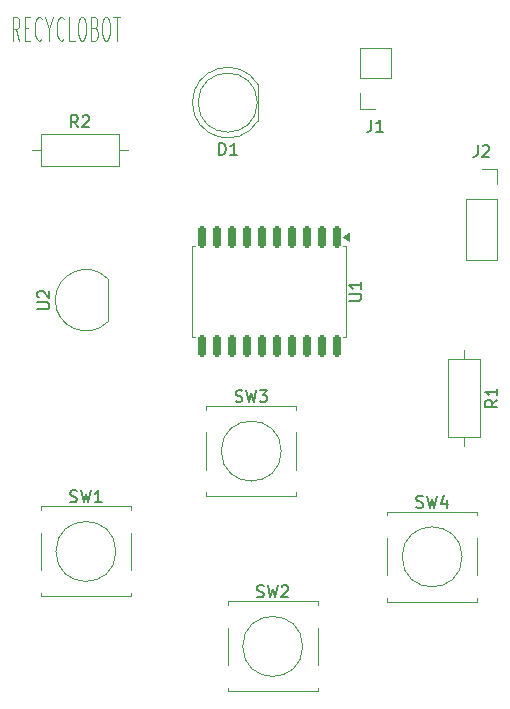
<source format=gto>
G04 #@! TF.GenerationSoftware,KiCad,Pcbnew,8.0.1*
G04 #@! TF.CreationDate,2024-05-12T14:06:37-04:00*
G04 #@! TF.ProjectId,recyclobot,72656379-636c-46f6-926f-742e6b696361,rev?*
G04 #@! TF.SameCoordinates,Original*
G04 #@! TF.FileFunction,Legend,Top*
G04 #@! TF.FilePolarity,Positive*
%FSLAX46Y46*%
G04 Gerber Fmt 4.6, Leading zero omitted, Abs format (unit mm)*
G04 Created by KiCad (PCBNEW 8.0.1) date 2024-05-12 14:06:37*
%MOMM*%
%LPD*%
G01*
G04 APERTURE LIST*
G04 Aperture macros list*
%AMRoundRect*
0 Rectangle with rounded corners*
0 $1 Rounding radius*
0 $2 $3 $4 $5 $6 $7 $8 $9 X,Y pos of 4 corners*
0 Add a 4 corners polygon primitive as box body*
4,1,4,$2,$3,$4,$5,$6,$7,$8,$9,$2,$3,0*
0 Add four circle primitives for the rounded corners*
1,1,$1+$1,$2,$3*
1,1,$1+$1,$4,$5*
1,1,$1+$1,$6,$7*
1,1,$1+$1,$8,$9*
0 Add four rect primitives between the rounded corners*
20,1,$1+$1,$2,$3,$4,$5,0*
20,1,$1+$1,$4,$5,$6,$7,0*
20,1,$1+$1,$6,$7,$8,$9,0*
20,1,$1+$1,$8,$9,$2,$3,0*%
G04 Aperture macros list end*
%ADD10C,0.100000*%
%ADD11C,0.150000*%
%ADD12C,0.120000*%
%ADD13R,1.700000X1.700000*%
%ADD14O,1.700000X1.700000*%
%ADD15R,1.500000X1.050000*%
%ADD16O,1.500000X1.050000*%
%ADD17RoundRect,0.150000X-0.150000X0.800000X-0.150000X-0.800000X0.150000X-0.800000X0.150000X0.800000X0*%
%ADD18C,1.397000*%
%ADD19O,1.600000X1.600000*%
%ADD20C,1.600000*%
%ADD21R,1.800000X1.800000*%
%ADD22C,1.800000*%
G04 APERTURE END LIST*
D10*
X134875312Y-63250038D02*
X134541979Y-62297657D01*
X134303884Y-63250038D02*
X134303884Y-61250038D01*
X134303884Y-61250038D02*
X134684836Y-61250038D01*
X134684836Y-61250038D02*
X134780074Y-61345276D01*
X134780074Y-61345276D02*
X134827693Y-61440514D01*
X134827693Y-61440514D02*
X134875312Y-61630990D01*
X134875312Y-61630990D02*
X134875312Y-61916704D01*
X134875312Y-61916704D02*
X134827693Y-62107180D01*
X134827693Y-62107180D02*
X134780074Y-62202419D01*
X134780074Y-62202419D02*
X134684836Y-62297657D01*
X134684836Y-62297657D02*
X134303884Y-62297657D01*
X135303884Y-62202419D02*
X135637217Y-62202419D01*
X135780074Y-63250038D02*
X135303884Y-63250038D01*
X135303884Y-63250038D02*
X135303884Y-61250038D01*
X135303884Y-61250038D02*
X135780074Y-61250038D01*
X136780074Y-63059561D02*
X136732455Y-63154800D01*
X136732455Y-63154800D02*
X136589598Y-63250038D01*
X136589598Y-63250038D02*
X136494360Y-63250038D01*
X136494360Y-63250038D02*
X136351503Y-63154800D01*
X136351503Y-63154800D02*
X136256265Y-62964323D01*
X136256265Y-62964323D02*
X136208646Y-62773847D01*
X136208646Y-62773847D02*
X136161027Y-62392895D01*
X136161027Y-62392895D02*
X136161027Y-62107180D01*
X136161027Y-62107180D02*
X136208646Y-61726228D01*
X136208646Y-61726228D02*
X136256265Y-61535752D01*
X136256265Y-61535752D02*
X136351503Y-61345276D01*
X136351503Y-61345276D02*
X136494360Y-61250038D01*
X136494360Y-61250038D02*
X136589598Y-61250038D01*
X136589598Y-61250038D02*
X136732455Y-61345276D01*
X136732455Y-61345276D02*
X136780074Y-61440514D01*
X137399122Y-62297657D02*
X137399122Y-63250038D01*
X137065789Y-61250038D02*
X137399122Y-62297657D01*
X137399122Y-62297657D02*
X137732455Y-61250038D01*
X138637217Y-63059561D02*
X138589598Y-63154800D01*
X138589598Y-63154800D02*
X138446741Y-63250038D01*
X138446741Y-63250038D02*
X138351503Y-63250038D01*
X138351503Y-63250038D02*
X138208646Y-63154800D01*
X138208646Y-63154800D02*
X138113408Y-62964323D01*
X138113408Y-62964323D02*
X138065789Y-62773847D01*
X138065789Y-62773847D02*
X138018170Y-62392895D01*
X138018170Y-62392895D02*
X138018170Y-62107180D01*
X138018170Y-62107180D02*
X138065789Y-61726228D01*
X138065789Y-61726228D02*
X138113408Y-61535752D01*
X138113408Y-61535752D02*
X138208646Y-61345276D01*
X138208646Y-61345276D02*
X138351503Y-61250038D01*
X138351503Y-61250038D02*
X138446741Y-61250038D01*
X138446741Y-61250038D02*
X138589598Y-61345276D01*
X138589598Y-61345276D02*
X138637217Y-61440514D01*
X139541979Y-63250038D02*
X139065789Y-63250038D01*
X139065789Y-63250038D02*
X139065789Y-61250038D01*
X140065789Y-61250038D02*
X140256265Y-61250038D01*
X140256265Y-61250038D02*
X140351503Y-61345276D01*
X140351503Y-61345276D02*
X140446741Y-61535752D01*
X140446741Y-61535752D02*
X140494360Y-61916704D01*
X140494360Y-61916704D02*
X140494360Y-62583371D01*
X140494360Y-62583371D02*
X140446741Y-62964323D01*
X140446741Y-62964323D02*
X140351503Y-63154800D01*
X140351503Y-63154800D02*
X140256265Y-63250038D01*
X140256265Y-63250038D02*
X140065789Y-63250038D01*
X140065789Y-63250038D02*
X139970551Y-63154800D01*
X139970551Y-63154800D02*
X139875313Y-62964323D01*
X139875313Y-62964323D02*
X139827694Y-62583371D01*
X139827694Y-62583371D02*
X139827694Y-61916704D01*
X139827694Y-61916704D02*
X139875313Y-61535752D01*
X139875313Y-61535752D02*
X139970551Y-61345276D01*
X139970551Y-61345276D02*
X140065789Y-61250038D01*
X141256265Y-62202419D02*
X141399122Y-62297657D01*
X141399122Y-62297657D02*
X141446741Y-62392895D01*
X141446741Y-62392895D02*
X141494360Y-62583371D01*
X141494360Y-62583371D02*
X141494360Y-62869085D01*
X141494360Y-62869085D02*
X141446741Y-63059561D01*
X141446741Y-63059561D02*
X141399122Y-63154800D01*
X141399122Y-63154800D02*
X141303884Y-63250038D01*
X141303884Y-63250038D02*
X140922932Y-63250038D01*
X140922932Y-63250038D02*
X140922932Y-61250038D01*
X140922932Y-61250038D02*
X141256265Y-61250038D01*
X141256265Y-61250038D02*
X141351503Y-61345276D01*
X141351503Y-61345276D02*
X141399122Y-61440514D01*
X141399122Y-61440514D02*
X141446741Y-61630990D01*
X141446741Y-61630990D02*
X141446741Y-61821466D01*
X141446741Y-61821466D02*
X141399122Y-62011942D01*
X141399122Y-62011942D02*
X141351503Y-62107180D01*
X141351503Y-62107180D02*
X141256265Y-62202419D01*
X141256265Y-62202419D02*
X140922932Y-62202419D01*
X142113408Y-61250038D02*
X142303884Y-61250038D01*
X142303884Y-61250038D02*
X142399122Y-61345276D01*
X142399122Y-61345276D02*
X142494360Y-61535752D01*
X142494360Y-61535752D02*
X142541979Y-61916704D01*
X142541979Y-61916704D02*
X142541979Y-62583371D01*
X142541979Y-62583371D02*
X142494360Y-62964323D01*
X142494360Y-62964323D02*
X142399122Y-63154800D01*
X142399122Y-63154800D02*
X142303884Y-63250038D01*
X142303884Y-63250038D02*
X142113408Y-63250038D01*
X142113408Y-63250038D02*
X142018170Y-63154800D01*
X142018170Y-63154800D02*
X141922932Y-62964323D01*
X141922932Y-62964323D02*
X141875313Y-62583371D01*
X141875313Y-62583371D02*
X141875313Y-61916704D01*
X141875313Y-61916704D02*
X141922932Y-61535752D01*
X141922932Y-61535752D02*
X142018170Y-61345276D01*
X142018170Y-61345276D02*
X142113408Y-61250038D01*
X142827694Y-61250038D02*
X143399122Y-61250038D01*
X143113408Y-63250038D02*
X143113408Y-61250038D01*
D11*
X173666666Y-72104819D02*
X173666666Y-72819104D01*
X173666666Y-72819104D02*
X173619047Y-72961961D01*
X173619047Y-72961961D02*
X173523809Y-73057200D01*
X173523809Y-73057200D02*
X173380952Y-73104819D01*
X173380952Y-73104819D02*
X173285714Y-73104819D01*
X174095238Y-72200057D02*
X174142857Y-72152438D01*
X174142857Y-72152438D02*
X174238095Y-72104819D01*
X174238095Y-72104819D02*
X174476190Y-72104819D01*
X174476190Y-72104819D02*
X174571428Y-72152438D01*
X174571428Y-72152438D02*
X174619047Y-72200057D01*
X174619047Y-72200057D02*
X174666666Y-72295295D01*
X174666666Y-72295295D02*
X174666666Y-72390533D01*
X174666666Y-72390533D02*
X174619047Y-72533390D01*
X174619047Y-72533390D02*
X174047619Y-73104819D01*
X174047619Y-73104819D02*
X174666666Y-73104819D01*
X164666666Y-69949819D02*
X164666666Y-70664104D01*
X164666666Y-70664104D02*
X164619047Y-70806961D01*
X164619047Y-70806961D02*
X164523809Y-70902200D01*
X164523809Y-70902200D02*
X164380952Y-70949819D01*
X164380952Y-70949819D02*
X164285714Y-70949819D01*
X165666666Y-70949819D02*
X165095238Y-70949819D01*
X165380952Y-70949819D02*
X165380952Y-69949819D01*
X165380952Y-69949819D02*
X165285714Y-70092676D01*
X165285714Y-70092676D02*
X165190476Y-70187914D01*
X165190476Y-70187914D02*
X165095238Y-70235533D01*
X136394819Y-85991904D02*
X137204342Y-85991904D01*
X137204342Y-85991904D02*
X137299580Y-85944285D01*
X137299580Y-85944285D02*
X137347200Y-85896666D01*
X137347200Y-85896666D02*
X137394819Y-85801428D01*
X137394819Y-85801428D02*
X137394819Y-85610952D01*
X137394819Y-85610952D02*
X137347200Y-85515714D01*
X137347200Y-85515714D02*
X137299580Y-85468095D01*
X137299580Y-85468095D02*
X137204342Y-85420476D01*
X137204342Y-85420476D02*
X136394819Y-85420476D01*
X136490057Y-84991904D02*
X136442438Y-84944285D01*
X136442438Y-84944285D02*
X136394819Y-84849047D01*
X136394819Y-84849047D02*
X136394819Y-84610952D01*
X136394819Y-84610952D02*
X136442438Y-84515714D01*
X136442438Y-84515714D02*
X136490057Y-84468095D01*
X136490057Y-84468095D02*
X136585295Y-84420476D01*
X136585295Y-84420476D02*
X136680533Y-84420476D01*
X136680533Y-84420476D02*
X136823390Y-84468095D01*
X136823390Y-84468095D02*
X137394819Y-85039523D01*
X137394819Y-85039523D02*
X137394819Y-84420476D01*
X162804819Y-85261904D02*
X163614342Y-85261904D01*
X163614342Y-85261904D02*
X163709580Y-85214285D01*
X163709580Y-85214285D02*
X163757200Y-85166666D01*
X163757200Y-85166666D02*
X163804819Y-85071428D01*
X163804819Y-85071428D02*
X163804819Y-84880952D01*
X163804819Y-84880952D02*
X163757200Y-84785714D01*
X163757200Y-84785714D02*
X163709580Y-84738095D01*
X163709580Y-84738095D02*
X163614342Y-84690476D01*
X163614342Y-84690476D02*
X162804819Y-84690476D01*
X163804819Y-83690476D02*
X163804819Y-84261904D01*
X163804819Y-83976190D02*
X162804819Y-83976190D01*
X162804819Y-83976190D02*
X162947676Y-84071428D01*
X162947676Y-84071428D02*
X163042914Y-84166666D01*
X163042914Y-84166666D02*
X163090533Y-84261904D01*
X168476667Y-102747200D02*
X168619524Y-102794819D01*
X168619524Y-102794819D02*
X168857619Y-102794819D01*
X168857619Y-102794819D02*
X168952857Y-102747200D01*
X168952857Y-102747200D02*
X169000476Y-102699580D01*
X169000476Y-102699580D02*
X169048095Y-102604342D01*
X169048095Y-102604342D02*
X169048095Y-102509104D01*
X169048095Y-102509104D02*
X169000476Y-102413866D01*
X169000476Y-102413866D02*
X168952857Y-102366247D01*
X168952857Y-102366247D02*
X168857619Y-102318628D01*
X168857619Y-102318628D02*
X168667143Y-102271009D01*
X168667143Y-102271009D02*
X168571905Y-102223390D01*
X168571905Y-102223390D02*
X168524286Y-102175771D01*
X168524286Y-102175771D02*
X168476667Y-102080533D01*
X168476667Y-102080533D02*
X168476667Y-101985295D01*
X168476667Y-101985295D02*
X168524286Y-101890057D01*
X168524286Y-101890057D02*
X168571905Y-101842438D01*
X168571905Y-101842438D02*
X168667143Y-101794819D01*
X168667143Y-101794819D02*
X168905238Y-101794819D01*
X168905238Y-101794819D02*
X169048095Y-101842438D01*
X169381429Y-101794819D02*
X169619524Y-102794819D01*
X169619524Y-102794819D02*
X169810000Y-102080533D01*
X169810000Y-102080533D02*
X170000476Y-102794819D01*
X170000476Y-102794819D02*
X170238572Y-101794819D01*
X171048095Y-102128152D02*
X171048095Y-102794819D01*
X170810000Y-101747200D02*
X170571905Y-102461485D01*
X170571905Y-102461485D02*
X171190952Y-102461485D01*
X153166667Y-93787200D02*
X153309524Y-93834819D01*
X153309524Y-93834819D02*
X153547619Y-93834819D01*
X153547619Y-93834819D02*
X153642857Y-93787200D01*
X153642857Y-93787200D02*
X153690476Y-93739580D01*
X153690476Y-93739580D02*
X153738095Y-93644342D01*
X153738095Y-93644342D02*
X153738095Y-93549104D01*
X153738095Y-93549104D02*
X153690476Y-93453866D01*
X153690476Y-93453866D02*
X153642857Y-93406247D01*
X153642857Y-93406247D02*
X153547619Y-93358628D01*
X153547619Y-93358628D02*
X153357143Y-93311009D01*
X153357143Y-93311009D02*
X153261905Y-93263390D01*
X153261905Y-93263390D02*
X153214286Y-93215771D01*
X153214286Y-93215771D02*
X153166667Y-93120533D01*
X153166667Y-93120533D02*
X153166667Y-93025295D01*
X153166667Y-93025295D02*
X153214286Y-92930057D01*
X153214286Y-92930057D02*
X153261905Y-92882438D01*
X153261905Y-92882438D02*
X153357143Y-92834819D01*
X153357143Y-92834819D02*
X153595238Y-92834819D01*
X153595238Y-92834819D02*
X153738095Y-92882438D01*
X154071429Y-92834819D02*
X154309524Y-93834819D01*
X154309524Y-93834819D02*
X154500000Y-93120533D01*
X154500000Y-93120533D02*
X154690476Y-93834819D01*
X154690476Y-93834819D02*
X154928572Y-92834819D01*
X155214286Y-92834819D02*
X155833333Y-92834819D01*
X155833333Y-92834819D02*
X155500000Y-93215771D01*
X155500000Y-93215771D02*
X155642857Y-93215771D01*
X155642857Y-93215771D02*
X155738095Y-93263390D01*
X155738095Y-93263390D02*
X155785714Y-93311009D01*
X155785714Y-93311009D02*
X155833333Y-93406247D01*
X155833333Y-93406247D02*
X155833333Y-93644342D01*
X155833333Y-93644342D02*
X155785714Y-93739580D01*
X155785714Y-93739580D02*
X155738095Y-93787200D01*
X155738095Y-93787200D02*
X155642857Y-93834819D01*
X155642857Y-93834819D02*
X155357143Y-93834819D01*
X155357143Y-93834819D02*
X155261905Y-93787200D01*
X155261905Y-93787200D02*
X155214286Y-93739580D01*
X154976667Y-110327200D02*
X155119524Y-110374819D01*
X155119524Y-110374819D02*
X155357619Y-110374819D01*
X155357619Y-110374819D02*
X155452857Y-110327200D01*
X155452857Y-110327200D02*
X155500476Y-110279580D01*
X155500476Y-110279580D02*
X155548095Y-110184342D01*
X155548095Y-110184342D02*
X155548095Y-110089104D01*
X155548095Y-110089104D02*
X155500476Y-109993866D01*
X155500476Y-109993866D02*
X155452857Y-109946247D01*
X155452857Y-109946247D02*
X155357619Y-109898628D01*
X155357619Y-109898628D02*
X155167143Y-109851009D01*
X155167143Y-109851009D02*
X155071905Y-109803390D01*
X155071905Y-109803390D02*
X155024286Y-109755771D01*
X155024286Y-109755771D02*
X154976667Y-109660533D01*
X154976667Y-109660533D02*
X154976667Y-109565295D01*
X154976667Y-109565295D02*
X155024286Y-109470057D01*
X155024286Y-109470057D02*
X155071905Y-109422438D01*
X155071905Y-109422438D02*
X155167143Y-109374819D01*
X155167143Y-109374819D02*
X155405238Y-109374819D01*
X155405238Y-109374819D02*
X155548095Y-109422438D01*
X155881429Y-109374819D02*
X156119524Y-110374819D01*
X156119524Y-110374819D02*
X156310000Y-109660533D01*
X156310000Y-109660533D02*
X156500476Y-110374819D01*
X156500476Y-110374819D02*
X156738572Y-109374819D01*
X157071905Y-109470057D02*
X157119524Y-109422438D01*
X157119524Y-109422438D02*
X157214762Y-109374819D01*
X157214762Y-109374819D02*
X157452857Y-109374819D01*
X157452857Y-109374819D02*
X157548095Y-109422438D01*
X157548095Y-109422438D02*
X157595714Y-109470057D01*
X157595714Y-109470057D02*
X157643333Y-109565295D01*
X157643333Y-109565295D02*
X157643333Y-109660533D01*
X157643333Y-109660533D02*
X157595714Y-109803390D01*
X157595714Y-109803390D02*
X157024286Y-110374819D01*
X157024286Y-110374819D02*
X157643333Y-110374819D01*
X139166667Y-102287200D02*
X139309524Y-102334819D01*
X139309524Y-102334819D02*
X139547619Y-102334819D01*
X139547619Y-102334819D02*
X139642857Y-102287200D01*
X139642857Y-102287200D02*
X139690476Y-102239580D01*
X139690476Y-102239580D02*
X139738095Y-102144342D01*
X139738095Y-102144342D02*
X139738095Y-102049104D01*
X139738095Y-102049104D02*
X139690476Y-101953866D01*
X139690476Y-101953866D02*
X139642857Y-101906247D01*
X139642857Y-101906247D02*
X139547619Y-101858628D01*
X139547619Y-101858628D02*
X139357143Y-101811009D01*
X139357143Y-101811009D02*
X139261905Y-101763390D01*
X139261905Y-101763390D02*
X139214286Y-101715771D01*
X139214286Y-101715771D02*
X139166667Y-101620533D01*
X139166667Y-101620533D02*
X139166667Y-101525295D01*
X139166667Y-101525295D02*
X139214286Y-101430057D01*
X139214286Y-101430057D02*
X139261905Y-101382438D01*
X139261905Y-101382438D02*
X139357143Y-101334819D01*
X139357143Y-101334819D02*
X139595238Y-101334819D01*
X139595238Y-101334819D02*
X139738095Y-101382438D01*
X140071429Y-101334819D02*
X140309524Y-102334819D01*
X140309524Y-102334819D02*
X140500000Y-101620533D01*
X140500000Y-101620533D02*
X140690476Y-102334819D01*
X140690476Y-102334819D02*
X140928572Y-101334819D01*
X141833333Y-102334819D02*
X141261905Y-102334819D01*
X141547619Y-102334819D02*
X141547619Y-101334819D01*
X141547619Y-101334819D02*
X141452381Y-101477676D01*
X141452381Y-101477676D02*
X141357143Y-101572914D01*
X141357143Y-101572914D02*
X141261905Y-101620533D01*
X139833333Y-70584819D02*
X139500000Y-70108628D01*
X139261905Y-70584819D02*
X139261905Y-69584819D01*
X139261905Y-69584819D02*
X139642857Y-69584819D01*
X139642857Y-69584819D02*
X139738095Y-69632438D01*
X139738095Y-69632438D02*
X139785714Y-69680057D01*
X139785714Y-69680057D02*
X139833333Y-69775295D01*
X139833333Y-69775295D02*
X139833333Y-69918152D01*
X139833333Y-69918152D02*
X139785714Y-70013390D01*
X139785714Y-70013390D02*
X139738095Y-70061009D01*
X139738095Y-70061009D02*
X139642857Y-70108628D01*
X139642857Y-70108628D02*
X139261905Y-70108628D01*
X140214286Y-69680057D02*
X140261905Y-69632438D01*
X140261905Y-69632438D02*
X140357143Y-69584819D01*
X140357143Y-69584819D02*
X140595238Y-69584819D01*
X140595238Y-69584819D02*
X140690476Y-69632438D01*
X140690476Y-69632438D02*
X140738095Y-69680057D01*
X140738095Y-69680057D02*
X140785714Y-69775295D01*
X140785714Y-69775295D02*
X140785714Y-69870533D01*
X140785714Y-69870533D02*
X140738095Y-70013390D01*
X140738095Y-70013390D02*
X140166667Y-70584819D01*
X140166667Y-70584819D02*
X140785714Y-70584819D01*
X175324819Y-93666666D02*
X174848628Y-93999999D01*
X175324819Y-94238094D02*
X174324819Y-94238094D01*
X174324819Y-94238094D02*
X174324819Y-93857142D01*
X174324819Y-93857142D02*
X174372438Y-93761904D01*
X174372438Y-93761904D02*
X174420057Y-93714285D01*
X174420057Y-93714285D02*
X174515295Y-93666666D01*
X174515295Y-93666666D02*
X174658152Y-93666666D01*
X174658152Y-93666666D02*
X174753390Y-93714285D01*
X174753390Y-93714285D02*
X174801009Y-93761904D01*
X174801009Y-93761904D02*
X174848628Y-93857142D01*
X174848628Y-93857142D02*
X174848628Y-94238094D01*
X175324819Y-92714285D02*
X175324819Y-93285713D01*
X175324819Y-92999999D02*
X174324819Y-92999999D01*
X174324819Y-92999999D02*
X174467676Y-93095237D01*
X174467676Y-93095237D02*
X174562914Y-93190475D01*
X174562914Y-93190475D02*
X174610533Y-93285713D01*
X151766905Y-72914819D02*
X151766905Y-71914819D01*
X151766905Y-71914819D02*
X152005000Y-71914819D01*
X152005000Y-71914819D02*
X152147857Y-71962438D01*
X152147857Y-71962438D02*
X152243095Y-72057676D01*
X152243095Y-72057676D02*
X152290714Y-72152914D01*
X152290714Y-72152914D02*
X152338333Y-72343390D01*
X152338333Y-72343390D02*
X152338333Y-72486247D01*
X152338333Y-72486247D02*
X152290714Y-72676723D01*
X152290714Y-72676723D02*
X152243095Y-72771961D01*
X152243095Y-72771961D02*
X152147857Y-72867200D01*
X152147857Y-72867200D02*
X152005000Y-72914819D01*
X152005000Y-72914819D02*
X151766905Y-72914819D01*
X153290714Y-72914819D02*
X152719286Y-72914819D01*
X153005000Y-72914819D02*
X153005000Y-71914819D01*
X153005000Y-71914819D02*
X152909762Y-72057676D01*
X152909762Y-72057676D02*
X152814524Y-72152914D01*
X152814524Y-72152914D02*
X152719286Y-72200533D01*
D12*
X172670000Y-76690000D02*
X172670000Y-81830000D01*
X172670000Y-76690000D02*
X175330000Y-76690000D01*
X172670000Y-81830000D02*
X175330000Y-81830000D01*
X174000000Y-74090000D02*
X175330000Y-74090000D01*
X175330000Y-74090000D02*
X175330000Y-75420000D01*
X175330000Y-76690000D02*
X175330000Y-81830000D01*
X166330000Y-66455000D02*
X166330000Y-63855000D01*
X166330000Y-66455000D02*
X163670000Y-66455000D01*
X166330000Y-63855000D02*
X163670000Y-63855000D01*
X165000000Y-69055000D02*
X163670000Y-69055000D01*
X163670000Y-69055000D02*
X163670000Y-67725000D01*
X163670000Y-66455000D02*
X163670000Y-63855000D01*
X142350000Y-87030000D02*
X142350000Y-83430000D01*
X142338478Y-87068478D02*
G75*
G02*
X137900000Y-85230000I-1838478J1838478D01*
G01*
X137900000Y-85230000D02*
G75*
G02*
X142338478Y-83391522I2600000J0D01*
G01*
X162510000Y-80640000D02*
X162275000Y-80640000D01*
X149490000Y-80640000D02*
X149725000Y-80640000D01*
X162510000Y-84500000D02*
X162510000Y-80640000D01*
X162510000Y-84500000D02*
X162510000Y-88360000D01*
X149490000Y-84500000D02*
X149490000Y-80640000D01*
X149490000Y-84500000D02*
X149490000Y-88360000D01*
X162510000Y-88360000D02*
X162275000Y-88360000D01*
X149490000Y-88360000D02*
X149725000Y-88360000D01*
X162745000Y-80190000D02*
X162275000Y-79850000D01*
X162745000Y-79510000D01*
X162745000Y-80190000D01*
G36*
X162745000Y-80190000D02*
G01*
X162275000Y-79850000D01*
X162745000Y-79510000D01*
X162745000Y-80190000D01*
G37*
X166000000Y-103150000D02*
X166000000Y-103450000D01*
X166000000Y-103150000D02*
X173620000Y-103150000D01*
X166000000Y-105390000D02*
X166000000Y-108530000D01*
X166000000Y-110470000D02*
X166000000Y-110770000D01*
X173620000Y-103150000D02*
X173620000Y-103450000D01*
X173620000Y-105390000D02*
X173620000Y-108530000D01*
X173620000Y-110470000D02*
X173620000Y-110770000D01*
X173620000Y-110770000D02*
X166000000Y-110770000D01*
X172350000Y-106960000D02*
G75*
G02*
X167270000Y-106960000I-2540000J0D01*
G01*
X167270000Y-106960000D02*
G75*
G02*
X172350000Y-106960000I2540000J0D01*
G01*
X150690000Y-94190000D02*
X150690000Y-94490000D01*
X150690000Y-94190000D02*
X158310000Y-94190000D01*
X150690000Y-96430000D02*
X150690000Y-99570000D01*
X150690000Y-101510000D02*
X150690000Y-101810000D01*
X158310000Y-94190000D02*
X158310000Y-94490000D01*
X158310000Y-96430000D02*
X158310000Y-99570000D01*
X158310000Y-101510000D02*
X158310000Y-101810000D01*
X158310000Y-101810000D02*
X150690000Y-101810000D01*
X157040000Y-98000000D02*
G75*
G02*
X151960000Y-98000000I-2540000J0D01*
G01*
X151960000Y-98000000D02*
G75*
G02*
X157040000Y-98000000I2540000J0D01*
G01*
X152500000Y-110730000D02*
X152500000Y-111030000D01*
X152500000Y-110730000D02*
X160120000Y-110730000D01*
X152500000Y-112970000D02*
X152500000Y-116110000D01*
X152500000Y-118050000D02*
X152500000Y-118350000D01*
X160120000Y-110730000D02*
X160120000Y-111030000D01*
X160120000Y-112970000D02*
X160120000Y-116110000D01*
X160120000Y-118050000D02*
X160120000Y-118350000D01*
X160120000Y-118350000D02*
X152500000Y-118350000D01*
X158850000Y-114540000D02*
G75*
G02*
X153770000Y-114540000I-2540000J0D01*
G01*
X153770000Y-114540000D02*
G75*
G02*
X158850000Y-114540000I2540000J0D01*
G01*
X136690000Y-102690000D02*
X136690000Y-102990000D01*
X136690000Y-102690000D02*
X144310000Y-102690000D01*
X136690000Y-104930000D02*
X136690000Y-108070000D01*
X136690000Y-110010000D02*
X136690000Y-110310000D01*
X144310000Y-102690000D02*
X144310000Y-102990000D01*
X144310000Y-104930000D02*
X144310000Y-108070000D01*
X144310000Y-110010000D02*
X144310000Y-110310000D01*
X144310000Y-110310000D02*
X136690000Y-110310000D01*
X143040000Y-106500000D02*
G75*
G02*
X137960000Y-106500000I-2540000J0D01*
G01*
X137960000Y-106500000D02*
G75*
G02*
X143040000Y-106500000I2540000J0D01*
G01*
X144040000Y-72500000D02*
X143270000Y-72500000D01*
X143270000Y-73870000D02*
X143270000Y-71130000D01*
X143270000Y-71130000D02*
X136730000Y-71130000D01*
X136730000Y-73870000D02*
X143270000Y-73870000D01*
X136730000Y-71130000D02*
X136730000Y-73870000D01*
X135960000Y-72500000D02*
X136730000Y-72500000D01*
X172500000Y-89460000D02*
X172500000Y-90230000D01*
X173870000Y-90230000D02*
X171130000Y-90230000D01*
X171130000Y-90230000D02*
X171130000Y-96770000D01*
X173870000Y-96770000D02*
X173870000Y-90230000D01*
X171130000Y-96770000D02*
X173870000Y-96770000D01*
X172500000Y-97540000D02*
X172500000Y-96770000D01*
X155065000Y-70045000D02*
X155065000Y-66955000D01*
X155064999Y-70044830D02*
G75*
G02*
X149515001Y-68499538I-2559999J1544830D01*
G01*
X149515000Y-68500462D02*
G75*
G02*
X155065000Y-66955170I2990000J462D01*
G01*
X155005000Y-68500000D02*
G75*
G02*
X150005000Y-68500000I-2500000J0D01*
G01*
X150005000Y-68500000D02*
G75*
G02*
X155005000Y-68500000I2500000J0D01*
G01*
%LPC*%
D13*
X174000000Y-75420000D03*
D14*
X174000000Y-77960000D03*
X174000000Y-80500000D03*
D13*
X165000000Y-67725000D03*
D14*
X165000000Y-65185000D03*
D15*
X140500000Y-86500000D03*
D16*
X140500000Y-85230000D03*
X140500000Y-83960000D03*
D17*
X161715000Y-79900000D03*
X160445000Y-79900000D03*
X159175000Y-79900000D03*
X157905000Y-79900000D03*
X156635000Y-79900000D03*
X155365000Y-79900000D03*
X154095000Y-79900000D03*
X152825000Y-79900000D03*
X151555000Y-79900000D03*
X150285000Y-79900000D03*
X150285000Y-89100000D03*
X151555000Y-89100000D03*
X152825000Y-89100000D03*
X154095000Y-89100000D03*
X155365000Y-89100000D03*
X156635000Y-89100000D03*
X157905000Y-89100000D03*
X159175000Y-89100000D03*
X160445000Y-89100000D03*
X161715000Y-89100000D03*
D18*
X166000000Y-104420000D03*
X173620000Y-104420000D03*
X166000000Y-109500000D03*
X173620000Y-109500000D03*
X150690000Y-95460000D03*
X158310000Y-95460000D03*
X150690000Y-100540000D03*
X158310000Y-100540000D03*
X152500000Y-112000000D03*
X160120000Y-112000000D03*
X152500000Y-117080000D03*
X160120000Y-117080000D03*
X136690000Y-103960000D03*
X144310000Y-103960000D03*
X136690000Y-109040000D03*
X144310000Y-109040000D03*
D19*
X145080000Y-72500000D03*
D20*
X134920000Y-72500000D03*
X172500000Y-88420000D03*
D19*
X172500000Y-98580000D03*
D21*
X153775000Y-68500000D03*
D22*
X151235000Y-68500000D03*
%LPD*%
M02*

</source>
